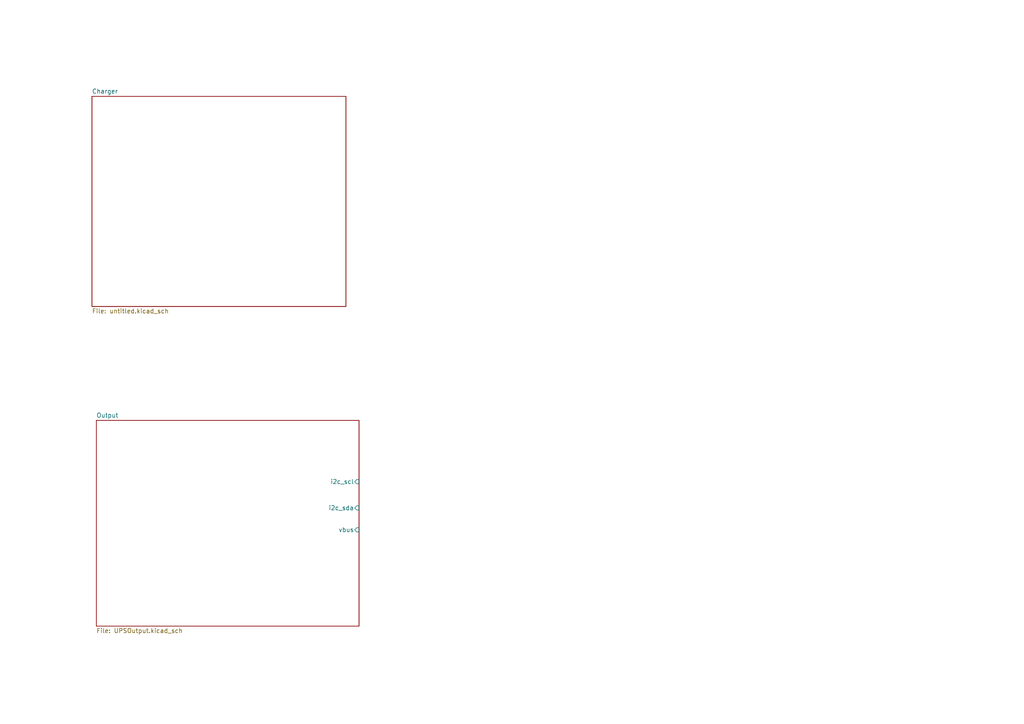
<source format=kicad_sch>
(kicad_sch
	(version 20250114)
	(generator "eeschema")
	(generator_version "9.0")
	(uuid "9d92b60a-4a6b-449c-b462-cab19e69d38c")
	(paper "A4")
	(lib_symbols)
	(sheet
		(at 26.67 27.94)
		(size 73.66 60.96)
		(exclude_from_sim no)
		(in_bom yes)
		(on_board yes)
		(dnp no)
		(fields_autoplaced yes)
		(stroke
			(width 0.1524)
			(type solid)
		)
		(fill
			(color 0 0 0 0.0000)
		)
		(uuid "58e8621a-e50a-4c31-8927-fd6b72ccb3ce")
		(property "Sheetname" "Charger"
			(at 26.67 27.2284 0)
			(effects
				(font
					(size 1.27 1.27)
				)
				(justify left bottom)
			)
		)
		(property "Sheetfile" "untitled.kicad_sch"
			(at 26.67 89.4846 0)
			(effects
				(font
					(size 1.27 1.27)
				)
				(justify left top)
			)
		)
		(instances
			(project "UPS"
				(path "/9d92b60a-4a6b-449c-b462-cab19e69d38c"
					(page "2")
				)
			)
		)
	)
	(sheet
		(at 27.94 121.92)
		(size 76.2 59.69)
		(exclude_from_sim no)
		(in_bom yes)
		(on_board yes)
		(dnp no)
		(fields_autoplaced yes)
		(stroke
			(width 0.1524)
			(type solid)
		)
		(fill
			(color 0 0 0 0.0000)
		)
		(uuid "c2035c51-7de6-43a1-947f-d073f8318def")
		(property "Sheetname" "Output"
			(at 27.94 121.2084 0)
			(effects
				(font
					(size 1.27 1.27)
				)
				(justify left bottom)
			)
		)
		(property "Sheetfile" "UPSOutput.kicad_sch"
			(at 27.94 182.1946 0)
			(effects
				(font
					(size 1.27 1.27)
				)
				(justify left top)
			)
		)
		(property "Field2" ""
			(at 27.94 121.92 0)
			(effects
				(font
					(size 1.27 1.27)
				)
			)
		)
		(pin "i2c_scl" input
			(at 104.14 139.7 0)
			(uuid "1a103b9c-666c-4d5b-a530-878de7b7769e")
			(effects
				(font
					(size 1.27 1.27)
				)
				(justify right)
			)
		)
		(pin "i2c_sda" input
			(at 104.14 147.32 0)
			(uuid "e3f98539-2d5a-4265-a8be-0c3fb06bc080")
			(effects
				(font
					(size 1.27 1.27)
				)
				(justify right)
			)
		)
		(pin "vbus" input
			(at 104.14 153.67 0)
			(uuid "89493819-1861-48f0-b902-1ab61aaa893b")
			(effects
				(font
					(size 1.27 1.27)
				)
				(justify right)
			)
		)
		(instances
			(project "UPS"
				(path "/9d92b60a-4a6b-449c-b462-cab19e69d38c"
					(page "3")
				)
			)
		)
	)
	(sheet_instances
		(path "/"
			(page "1")
		)
	)
	(embedded_fonts no)
)

</source>
